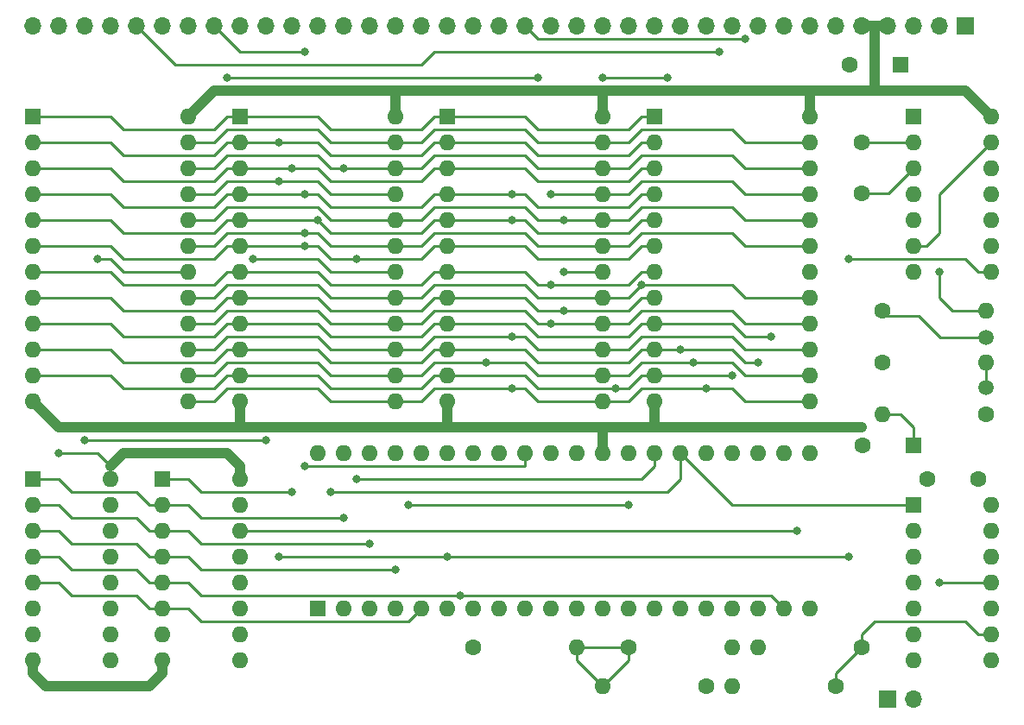
<source format=gbr>
%TF.GenerationSoftware,KiCad,Pcbnew,6.0.2+dfsg-1*%
%TF.CreationDate,2024-06-04T09:24:19+02:00*%
%TF.ProjectId,SBC2_Rebuild,53424332-5f52-4656-9275-696c642e6b69,rev?*%
%TF.SameCoordinates,Original*%
%TF.FileFunction,Copper,L1,Top*%
%TF.FilePolarity,Positive*%
%FSLAX46Y46*%
G04 Gerber Fmt 4.6, Leading zero omitted, Abs format (unit mm)*
G04 Created by KiCad (PCBNEW 6.0.2+dfsg-1) date 2024-06-04 09:24:19*
%MOMM*%
%LPD*%
G01*
G04 APERTURE LIST*
%TA.AperFunction,ComponentPad*%
%ADD10R,1.600000X1.600000*%
%TD*%
%TA.AperFunction,ComponentPad*%
%ADD11C,1.600000*%
%TD*%
%TA.AperFunction,ComponentPad*%
%ADD12O,1.600000X1.600000*%
%TD*%
%TA.AperFunction,ComponentPad*%
%ADD13R,1.700000X1.700000*%
%TD*%
%TA.AperFunction,ComponentPad*%
%ADD14O,1.700000X1.700000*%
%TD*%
%TA.AperFunction,ComponentPad*%
%ADD15C,1.500000*%
%TD*%
%TA.AperFunction,ViaPad*%
%ADD16C,0.800000*%
%TD*%
%TA.AperFunction,Conductor*%
%ADD17C,0.250000*%
%TD*%
%TA.AperFunction,Conductor*%
%ADD18C,1.000000*%
%TD*%
G04 APERTURE END LIST*
D10*
%TO.P,C4,1*%
%TO.N,+5V*%
X163830000Y-63500000D03*
D11*
%TO.P,C4,2*%
%TO.N,GND*%
X158830000Y-63500000D03*
%TD*%
D10*
%TO.P,U1,1,~{Q}*%
%TO.N,/~{RESET}*%
X165100000Y-106675000D03*
D12*
%TO.P,U1,2*%
%TO.N,N/C*%
X165100000Y-109215000D03*
%TO.P,U1,3,A1*%
%TO.N,GND*%
X165100000Y-111755000D03*
%TO.P,U1,4,A2*%
X165100000Y-114295000D03*
%TO.P,U1,5,B*%
%TO.N,Net-(C1-Pad1)*%
X165100000Y-116835000D03*
%TO.P,U1,6,Q*%
%TO.N,unconnected-(U1-Pad6)*%
X165100000Y-119375000D03*
%TO.P,U1,7,GND*%
%TO.N,GND*%
X165100000Y-121915000D03*
%TO.P,U1,8*%
%TO.N,N/C*%
X172720000Y-121915000D03*
%TO.P,U1,9,Rint*%
%TO.N,+5V*%
X172720000Y-119375000D03*
%TO.P,U1,10,Cext*%
%TO.N,Net-(C2-Pad2)*%
X172720000Y-116835000D03*
%TO.P,U1,11,R/Cext*%
%TO.N,Net-(C2-Pad1)*%
X172720000Y-114295000D03*
%TO.P,U1,12*%
%TO.N,N/C*%
X172720000Y-111755000D03*
%TO.P,U1,13*%
X172720000Y-109215000D03*
%TO.P,U1,14,VCC*%
%TO.N,+5V*%
X172720000Y-106675000D03*
%TD*%
D10*
%TO.P,U7,1,A7*%
%TO.N,/A7*%
X99060000Y-68580000D03*
D12*
%TO.P,U7,2,A6*%
%TO.N,/A6*%
X99060000Y-71120000D03*
%TO.P,U7,3,A5*%
%TO.N,/A5*%
X99060000Y-73660000D03*
%TO.P,U7,4,A4*%
%TO.N,/A4*%
X99060000Y-76200000D03*
%TO.P,U7,5,A3*%
%TO.N,/A3*%
X99060000Y-78740000D03*
%TO.P,U7,6,A2*%
%TO.N,/A2*%
X99060000Y-81280000D03*
%TO.P,U7,7,A1*%
%TO.N,/A1*%
X99060000Y-83820000D03*
%TO.P,U7,8,A0*%
%TO.N,/A0*%
X99060000Y-86360000D03*
%TO.P,U7,9,D0*%
%TO.N,/D0*%
X99060000Y-88900000D03*
%TO.P,U7,10,D1*%
%TO.N,/D1*%
X99060000Y-91440000D03*
%TO.P,U7,11,D2*%
%TO.N,/D2*%
X99060000Y-93980000D03*
%TO.P,U7,12,GND*%
%TO.N,GND*%
X99060000Y-96520000D03*
%TO.P,U7,13,D3*%
%TO.N,/D3*%
X114300000Y-96520000D03*
%TO.P,U7,14,D4*%
%TO.N,/D4*%
X114300000Y-93980000D03*
%TO.P,U7,15,D5*%
%TO.N,/D5*%
X114300000Y-91440000D03*
%TO.P,U7,16,D6*%
%TO.N,/D6*%
X114300000Y-88900000D03*
%TO.P,U7,17,D7*%
%TO.N,/D7*%
X114300000Y-86360000D03*
%TO.P,U7,18,~{CE}*%
%TO.N,/~{CE2}*%
X114300000Y-83820000D03*
%TO.P,U7,19,A10*%
%TO.N,/A10*%
X114300000Y-81280000D03*
%TO.P,U7,20,~{OE}*%
%TO.N,/~{RD}*%
X114300000Y-78740000D03*
%TO.P,U7,21,A11*%
%TO.N,/A11*%
X114300000Y-76200000D03*
%TO.P,U7,22,A9*%
%TO.N,/A9*%
X114300000Y-73660000D03*
%TO.P,U7,23,A8*%
%TO.N,/A8*%
X114300000Y-71120000D03*
%TO.P,U7,24,VCC*%
%TO.N,+5V*%
X114300000Y-68580000D03*
%TD*%
D11*
%TO.P,R5,1*%
%TO.N,+5V*%
X157480000Y-124460000D03*
D12*
%TO.P,R5,2*%
%TO.N,Net-(R5-Pad2)*%
X147320000Y-124460000D03*
%TD*%
D11*
%TO.P,R2,1*%
%TO.N,Net-(C3-Pad2)*%
X162020000Y-92710000D03*
D12*
%TO.P,R2,2*%
%TO.N,Net-(R2-Pad2)*%
X172180000Y-92710000D03*
%TD*%
D11*
%TO.P,R7,1*%
%TO.N,/~{INT}*%
X144780000Y-124460000D03*
D12*
%TO.P,R7,2*%
%TO.N,+5V*%
X134620000Y-124460000D03*
%TD*%
D11*
%TO.P,R8,1*%
%TO.N,/~{CLK}*%
X121920000Y-120650000D03*
D12*
%TO.P,R8,2*%
%TO.N,+5V*%
X132080000Y-120650000D03*
%TD*%
D10*
%TO.P,C1,1*%
%TO.N,Net-(C1-Pad1)*%
X165100000Y-100830000D03*
D11*
%TO.P,C1,2*%
%TO.N,GND*%
X160100000Y-100830000D03*
%TD*%
D10*
%TO.P,U9,1,A7*%
%TO.N,/A7*%
X139700000Y-68580000D03*
D12*
%TO.P,U9,2,A6*%
%TO.N,/A6*%
X139700000Y-71120000D03*
%TO.P,U9,3,A5*%
%TO.N,/A5*%
X139700000Y-73660000D03*
%TO.P,U9,4,A4*%
%TO.N,/A4*%
X139700000Y-76200000D03*
%TO.P,U9,5,A3*%
%TO.N,/A3*%
X139700000Y-78740000D03*
%TO.P,U9,6,A2*%
%TO.N,/A2*%
X139700000Y-81280000D03*
%TO.P,U9,7,A1*%
%TO.N,/A1*%
X139700000Y-83820000D03*
%TO.P,U9,8,A0*%
%TO.N,/A0*%
X139700000Y-86360000D03*
%TO.P,U9,9,D0*%
%TO.N,/D0*%
X139700000Y-88900000D03*
%TO.P,U9,10,D1*%
%TO.N,/D1*%
X139700000Y-91440000D03*
%TO.P,U9,11,D2*%
%TO.N,/D2*%
X139700000Y-93980000D03*
%TO.P,U9,12,GND*%
%TO.N,GND*%
X139700000Y-96520000D03*
%TO.P,U9,13,D3*%
%TO.N,/D3*%
X154940000Y-96520000D03*
%TO.P,U9,14,D4*%
%TO.N,/D4*%
X154940000Y-93980000D03*
%TO.P,U9,15,D5*%
%TO.N,/D5*%
X154940000Y-91440000D03*
%TO.P,U9,16,D6*%
%TO.N,/D6*%
X154940000Y-88900000D03*
%TO.P,U9,17,D7*%
%TO.N,/D7*%
X154940000Y-86360000D03*
%TO.P,U9,18,~{CS}*%
%TO.N,/~{CE4}*%
X154940000Y-83820000D03*
%TO.P,U9,19,A10*%
%TO.N,/A10*%
X154940000Y-81280000D03*
%TO.P,U9,20,~{OE}*%
%TO.N,/~{RD}*%
X154940000Y-78740000D03*
%TO.P,U9,21,~{WE}*%
%TO.N,/~{WR}*%
X154940000Y-76200000D03*
%TO.P,U9,22,A9*%
%TO.N,/A9*%
X154940000Y-73660000D03*
%TO.P,U9,23,A8*%
%TO.N,/A8*%
X154940000Y-71120000D03*
%TO.P,U9,24,VCC*%
%TO.N,+5V*%
X154940000Y-68580000D03*
%TD*%
D11*
%TO.P,C3,1*%
%TO.N,Net-(C3-Pad1)*%
X160020000Y-76160000D03*
%TO.P,C3,2*%
%TO.N,Net-(C3-Pad2)*%
X160020000Y-71160000D03*
%TD*%
D10*
%TO.P,U6,1,A7*%
%TO.N,/A7*%
X78740000Y-68580000D03*
D12*
%TO.P,U6,2,A6*%
%TO.N,/A6*%
X78740000Y-71120000D03*
%TO.P,U6,3,A5*%
%TO.N,/A5*%
X78740000Y-73660000D03*
%TO.P,U6,4,A4*%
%TO.N,/A4*%
X78740000Y-76200000D03*
%TO.P,U6,5,A3*%
%TO.N,/A3*%
X78740000Y-78740000D03*
%TO.P,U6,6,A2*%
%TO.N,/A2*%
X78740000Y-81280000D03*
%TO.P,U6,7,A1*%
%TO.N,/A1*%
X78740000Y-83820000D03*
%TO.P,U6,8,A0*%
%TO.N,/A0*%
X78740000Y-86360000D03*
%TO.P,U6,9,D0*%
%TO.N,/D0*%
X78740000Y-88900000D03*
%TO.P,U6,10,D1*%
%TO.N,/D1*%
X78740000Y-91440000D03*
%TO.P,U6,11,D2*%
%TO.N,/D2*%
X78740000Y-93980000D03*
%TO.P,U6,12,GND*%
%TO.N,GND*%
X78740000Y-96520000D03*
%TO.P,U6,13,D3*%
%TO.N,/D3*%
X93980000Y-96520000D03*
%TO.P,U6,14,D4*%
%TO.N,/D4*%
X93980000Y-93980000D03*
%TO.P,U6,15,D5*%
%TO.N,/D5*%
X93980000Y-91440000D03*
%TO.P,U6,16,D6*%
%TO.N,/D6*%
X93980000Y-88900000D03*
%TO.P,U6,17,D7*%
%TO.N,/D7*%
X93980000Y-86360000D03*
%TO.P,U6,18,~{CE}*%
%TO.N,/~{CE1}*%
X93980000Y-83820000D03*
%TO.P,U6,19,A10*%
%TO.N,/A10*%
X93980000Y-81280000D03*
%TO.P,U6,20,~{OE}*%
%TO.N,/~{RD}*%
X93980000Y-78740000D03*
%TO.P,U6,21,A11*%
%TO.N,/A11*%
X93980000Y-76200000D03*
%TO.P,U6,22,A9*%
%TO.N,/A9*%
X93980000Y-73660000D03*
%TO.P,U6,23,A8*%
%TO.N,/A8*%
X93980000Y-71120000D03*
%TO.P,U6,24,VCC*%
%TO.N,+5V*%
X93980000Y-68580000D03*
%TD*%
D13*
%TO.P,SW1,1,1*%
%TO.N,GND*%
X162560000Y-125730000D03*
D14*
%TO.P,SW1,2,2*%
%TO.N,Net-(C1-Pad1)*%
X165100000Y-125730000D03*
%TD*%
D11*
%TO.P,C2,1*%
%TO.N,Net-(C2-Pad1)*%
X166410000Y-104140000D03*
%TO.P,C2,2*%
%TO.N,Net-(C2-Pad2)*%
X171410000Y-104140000D03*
%TD*%
D10*
%TO.P,U3,1,A11*%
%TO.N,/A11*%
X106685000Y-116845000D03*
D12*
%TO.P,U3,2,A12*%
%TO.N,/A12*%
X109225000Y-116845000D03*
%TO.P,U3,3,A13*%
%TO.N,/A13*%
X111765000Y-116845000D03*
%TO.P,U3,4,A14*%
%TO.N,/A14*%
X114305000Y-116845000D03*
%TO.P,U3,5,A15*%
%TO.N,/A15*%
X116845000Y-116845000D03*
%TO.P,U3,6,~{CLK}*%
%TO.N,/~{CLK}*%
X119385000Y-116845000D03*
%TO.P,U3,7,D4*%
%TO.N,/D4*%
X121925000Y-116845000D03*
%TO.P,U3,8,D3*%
%TO.N,/D3*%
X124465000Y-116845000D03*
%TO.P,U3,9,D5*%
%TO.N,/D5*%
X127005000Y-116845000D03*
%TO.P,U3,10,D6*%
%TO.N,/D6*%
X129545000Y-116845000D03*
%TO.P,U3,11,VCC*%
%TO.N,+5V*%
X132085000Y-116845000D03*
%TO.P,U3,12,D2*%
%TO.N,/D2*%
X134625000Y-116845000D03*
%TO.P,U3,13,D7*%
%TO.N,/D7*%
X137165000Y-116845000D03*
%TO.P,U3,14,D0*%
%TO.N,/D0*%
X139705000Y-116845000D03*
%TO.P,U3,15,D1*%
%TO.N,/D1*%
X142245000Y-116845000D03*
%TO.P,U3,16,~{INT}*%
%TO.N,/~{INT}*%
X144785000Y-116845000D03*
%TO.P,U3,17,~{NMI}*%
%TO.N,/~{NMI}*%
X147325000Y-116845000D03*
%TO.P,U3,18,~{HALT}*%
%TO.N,unconnected-(U3-Pad18)*%
X149865000Y-116845000D03*
%TO.P,U3,19,~{MREQ}*%
%TO.N,/~{MREQ}*%
X152405000Y-116845000D03*
%TO.P,U3,20,~{IORQ}*%
%TO.N,/~{IORQ}*%
X154945000Y-116845000D03*
%TO.P,U3,21,~{RD}*%
%TO.N,/~{RD}*%
X154945000Y-101605000D03*
%TO.P,U3,22,~{WR}*%
%TO.N,/~{WR}*%
X152405000Y-101605000D03*
%TO.P,U3,23,~{BUSACK}*%
%TO.N,unconnected-(U3-Pad23)*%
X149865000Y-101605000D03*
%TO.P,U3,24,~{WAIT}*%
%TO.N,/~{WAIT}*%
X147325000Y-101605000D03*
%TO.P,U3,25,~{BUSRQ}*%
%TO.N,Net-(R5-Pad2)*%
X144785000Y-101605000D03*
%TO.P,U3,26,~{RESET}*%
%TO.N,/~{RESET}*%
X142245000Y-101605000D03*
%TO.P,U3,27,~{M1}*%
%TO.N,/~{M1}*%
X139705000Y-101605000D03*
%TO.P,U3,28,~{RFSH}*%
%TO.N,/~{RFSH}*%
X137165000Y-101605000D03*
%TO.P,U3,29,GND*%
%TO.N,GND*%
X134625000Y-101605000D03*
%TO.P,U3,30,A0*%
%TO.N,/A0*%
X132085000Y-101605000D03*
%TO.P,U3,31,A1*%
%TO.N,/A1*%
X129545000Y-101605000D03*
%TO.P,U3,32,A2*%
%TO.N,/A2*%
X127005000Y-101605000D03*
%TO.P,U3,33,A3*%
%TO.N,/A3*%
X124465000Y-101605000D03*
%TO.P,U3,34,A4*%
%TO.N,/A4*%
X121925000Y-101605000D03*
%TO.P,U3,35,A5*%
%TO.N,/A5*%
X119385000Y-101605000D03*
%TO.P,U3,36,A6*%
%TO.N,/A6*%
X116845000Y-101605000D03*
%TO.P,U3,37,A7*%
%TO.N,/A7*%
X114305000Y-101605000D03*
%TO.P,U3,38,A8*%
%TO.N,/A8*%
X111765000Y-101605000D03*
%TO.P,U3,39,A9*%
%TO.N,/A9*%
X109225000Y-101605000D03*
%TO.P,U3,40,A10*%
%TO.N,/A10*%
X106685000Y-101605000D03*
%TD*%
D10*
%TO.P,U8,1,A7*%
%TO.N,/A7*%
X119380000Y-68580000D03*
D12*
%TO.P,U8,2,A6*%
%TO.N,/A6*%
X119380000Y-71120000D03*
%TO.P,U8,3,A5*%
%TO.N,/A5*%
X119380000Y-73660000D03*
%TO.P,U8,4,A4*%
%TO.N,/A4*%
X119380000Y-76200000D03*
%TO.P,U8,5,A3*%
%TO.N,/A3*%
X119380000Y-78740000D03*
%TO.P,U8,6,A2*%
%TO.N,/A2*%
X119380000Y-81280000D03*
%TO.P,U8,7,A1*%
%TO.N,/A1*%
X119380000Y-83820000D03*
%TO.P,U8,8,A0*%
%TO.N,/A0*%
X119380000Y-86360000D03*
%TO.P,U8,9,D0*%
%TO.N,/D0*%
X119380000Y-88900000D03*
%TO.P,U8,10,D1*%
%TO.N,/D1*%
X119380000Y-91440000D03*
%TO.P,U8,11,D2*%
%TO.N,/D2*%
X119380000Y-93980000D03*
%TO.P,U8,12,GND*%
%TO.N,GND*%
X119380000Y-96520000D03*
%TO.P,U8,13,D3*%
%TO.N,/D3*%
X134620000Y-96520000D03*
%TO.P,U8,14,D4*%
%TO.N,/D4*%
X134620000Y-93980000D03*
%TO.P,U8,15,D5*%
%TO.N,/D5*%
X134620000Y-91440000D03*
%TO.P,U8,16,D6*%
%TO.N,/D6*%
X134620000Y-88900000D03*
%TO.P,U8,17,D7*%
%TO.N,/D7*%
X134620000Y-86360000D03*
%TO.P,U8,18,~{CS}*%
%TO.N,/~{CE3}*%
X134620000Y-83820000D03*
%TO.P,U8,19,A10*%
%TO.N,/A10*%
X134620000Y-81280000D03*
%TO.P,U8,20,~{OE}*%
%TO.N,/~{RD}*%
X134620000Y-78740000D03*
%TO.P,U8,21,~{WE}*%
%TO.N,/~{WR}*%
X134620000Y-76200000D03*
%TO.P,U8,22,A9*%
%TO.N,/A9*%
X134620000Y-73660000D03*
%TO.P,U8,23,A8*%
%TO.N,/A8*%
X134620000Y-71120000D03*
%TO.P,U8,24,VCC*%
%TO.N,+5V*%
X134620000Y-68580000D03*
%TD*%
D11*
%TO.P,R4,1*%
%TO.N,+5V*%
X160020000Y-120650000D03*
D12*
%TO.P,R4,2*%
%TO.N,/~{WAIT}*%
X149860000Y-120650000D03*
%TD*%
D10*
%TO.P,U2,1*%
%TO.N,Net-(R2-Pad2)*%
X165100000Y-68580000D03*
D12*
%TO.P,U2,2*%
%TO.N,Net-(C3-Pad2)*%
X165100000Y-71120000D03*
%TO.P,U2,3*%
%TO.N,Net-(C3-Pad1)*%
X165100000Y-73660000D03*
%TO.P,U2,4*%
%TO.N,Net-(R3-Pad1)*%
X165100000Y-76200000D03*
%TO.P,U2,5*%
X165100000Y-78740000D03*
%TO.P,U2,6*%
%TO.N,Net-(U2-Pad13)*%
X165100000Y-81280000D03*
%TO.P,U2,7,GND*%
%TO.N,GND*%
X165100000Y-83820000D03*
%TO.P,U2,8*%
%TO.N,/~{CLK}*%
X172720000Y-83820000D03*
%TO.P,U2,9*%
%TO.N,Net-(U2-Pad10)*%
X172720000Y-81280000D03*
%TO.P,U2,10*%
X172720000Y-78740000D03*
%TO.P,U2,11*%
%TO.N,Net-(U2-Pad11)*%
X172720000Y-76200000D03*
%TO.P,U2,12*%
X172720000Y-73660000D03*
%TO.P,U2,13*%
%TO.N,Net-(U2-Pad13)*%
X172720000Y-71120000D03*
%TO.P,U2,14,VCC*%
%TO.N,+5V*%
X172720000Y-68580000D03*
%TD*%
D15*
%TO.P,Y1,1,1*%
%TO.N,Net-(R2-Pad2)*%
X172180000Y-95160000D03*
%TO.P,Y1,2,2*%
%TO.N,Net-(R3-Pad1)*%
X172180000Y-90260000D03*
%TD*%
D10*
%TO.P,U4,1,A0*%
%TO.N,/A12*%
X78740000Y-104140000D03*
D12*
%TO.P,U4,2,A1*%
%TO.N,/A13*%
X78740000Y-106680000D03*
%TO.P,U4,3,A2*%
%TO.N,/A14*%
X78740000Y-109220000D03*
%TO.P,U4,4,E1*%
%TO.N,/~{MREQ}*%
X78740000Y-111760000D03*
%TO.P,U4,5,E2*%
%TO.N,/A15*%
X78740000Y-114300000D03*
%TO.P,U4,6,E3*%
%TO.N,+5V*%
X78740000Y-116840000D03*
%TO.P,U4,7,O7*%
%TO.N,unconnected-(U4-Pad7)*%
X78740000Y-119380000D03*
%TO.P,U4,8,GND*%
%TO.N,GND*%
X78740000Y-121920000D03*
%TO.P,U4,9,O6*%
%TO.N,unconnected-(U4-Pad9)*%
X86360000Y-121920000D03*
%TO.P,U4,10,O5*%
%TO.N,unconnected-(U4-Pad10)*%
X86360000Y-119380000D03*
%TO.P,U4,11,O4*%
%TO.N,unconnected-(U4-Pad11)*%
X86360000Y-116840000D03*
%TO.P,U4,12,O3*%
%TO.N,unconnected-(U4-Pad12)*%
X86360000Y-114300000D03*
%TO.P,U4,13,O2*%
%TO.N,unconnected-(U4-Pad13)*%
X86360000Y-111760000D03*
%TO.P,U4,14,O1*%
%TO.N,/~{CE2}*%
X86360000Y-109220000D03*
%TO.P,U4,15,O0*%
%TO.N,/~{CE1}*%
X86360000Y-106680000D03*
%TO.P,U4,16,VCC*%
%TO.N,+5V*%
X86360000Y-104140000D03*
%TD*%
D11*
%TO.P,R1,1*%
%TO.N,+5V*%
X172180000Y-97790000D03*
D12*
%TO.P,R1,2*%
%TO.N,Net-(C1-Pad1)*%
X162020000Y-97790000D03*
%TD*%
D11*
%TO.P,R6,1*%
%TO.N,+5V*%
X137160000Y-120650000D03*
D12*
%TO.P,R6,2*%
%TO.N,/~{NMI}*%
X147320000Y-120650000D03*
%TD*%
D11*
%TO.P,R3,1*%
%TO.N,Net-(R3-Pad1)*%
X162020000Y-87630000D03*
D12*
%TO.P,R3,2*%
%TO.N,Net-(C3-Pad1)*%
X172180000Y-87630000D03*
%TD*%
D10*
%TO.P,U5,1,A0*%
%TO.N,/A11*%
X91440000Y-104140000D03*
D12*
%TO.P,U5,2,A1*%
%TO.N,/A12*%
X91440000Y-106680000D03*
%TO.P,U5,3,A2*%
%TO.N,/A13*%
X91440000Y-109220000D03*
%TO.P,U5,4,E1*%
%TO.N,/A14*%
X91440000Y-111760000D03*
%TO.P,U5,5,E2*%
%TO.N,/~{MREQ}*%
X91440000Y-114300000D03*
%TO.P,U5,6,E3*%
%TO.N,/A15*%
X91440000Y-116840000D03*
%TO.P,U5,7,O7*%
%TO.N,unconnected-(U5-Pad7)*%
X91440000Y-119380000D03*
%TO.P,U5,8,GND*%
%TO.N,GND*%
X91440000Y-121920000D03*
%TO.P,U5,9,O6*%
%TO.N,unconnected-(U5-Pad9)*%
X99060000Y-121920000D03*
%TO.P,U5,10,O5*%
%TO.N,unconnected-(U5-Pad10)*%
X99060000Y-119380000D03*
%TO.P,U5,11,O4*%
%TO.N,unconnected-(U5-Pad11)*%
X99060000Y-116840000D03*
%TO.P,U5,12,O3*%
%TO.N,unconnected-(U5-Pad12)*%
X99060000Y-114300000D03*
%TO.P,U5,13,O2*%
%TO.N,unconnected-(U5-Pad13)*%
X99060000Y-111760000D03*
%TO.P,U5,14,O1*%
%TO.N,/~{CE4}*%
X99060000Y-109220000D03*
%TO.P,U5,15,O0*%
%TO.N,/~{CE3}*%
X99060000Y-106680000D03*
%TO.P,U5,16,VCC*%
%TO.N,+5V*%
X99060000Y-104140000D03*
%TD*%
D13*
%TO.P,J1,1,Pin_1*%
%TO.N,-5V*%
X170180000Y-59690000D03*
D14*
%TO.P,J1,2,Pin_2*%
%TO.N,+12V*%
X167640000Y-59690000D03*
%TO.P,J1,3,Pin_3*%
%TO.N,-12V*%
X165100000Y-59690000D03*
%TO.P,J1,4,Pin_4*%
%TO.N,+5V*%
X162560000Y-59690000D03*
%TO.P,J1,5,Pin_5*%
X160020000Y-59690000D03*
%TO.P,J1,6,Pin_6*%
%TO.N,GND*%
X157480000Y-59690000D03*
%TO.P,J1,7,Pin_7*%
X154940000Y-59690000D03*
%TO.P,J1,8,Pin_8*%
%TO.N,/D0*%
X152400000Y-59690000D03*
%TO.P,J1,9,Pin_9*%
%TO.N,/D1*%
X149860000Y-59690000D03*
%TO.P,J1,10,Pin_10*%
%TO.N,/D2*%
X147320000Y-59690000D03*
%TO.P,J1,11,Pin_11*%
%TO.N,/D3*%
X144780000Y-59690000D03*
%TO.P,J1,12,Pin_12*%
%TO.N,/D4*%
X142240000Y-59690000D03*
%TO.P,J1,13,Pin_13*%
%TO.N,/D5*%
X139700000Y-59690000D03*
%TO.P,J1,14,Pin_14*%
%TO.N,/D6*%
X137160000Y-59690000D03*
%TO.P,J1,15,Pin_15*%
%TO.N,/D7*%
X134620000Y-59690000D03*
%TO.P,J1,16,Pin_16*%
%TO.N,/~{RD}*%
X132080000Y-59690000D03*
%TO.P,J1,17,Pin_17*%
%TO.N,/~{WR}*%
X129540000Y-59690000D03*
%TO.P,J1,18,Pin_18*%
%TO.N,/~{IORQ}*%
X127000000Y-59690000D03*
%TO.P,J1,19,Pin_19*%
%TO.N,/~{MREQ}*%
X124460000Y-59690000D03*
%TO.P,J1,20,Pin_20*%
%TO.N,/A0*%
X121920000Y-59690000D03*
%TO.P,J1,21,Pin_21*%
%TO.N,/A1*%
X119380000Y-59690000D03*
%TO.P,J1,22,Pin_22*%
%TO.N,/A2*%
X116840000Y-59690000D03*
%TO.P,J1,23,Pin_23*%
%TO.N,/A3*%
X114300000Y-59690000D03*
%TO.P,J1,24,Pin_24*%
%TO.N,/A4*%
X111760000Y-59690000D03*
%TO.P,J1,25,Pin_25*%
%TO.N,/A5*%
X109220000Y-59690000D03*
%TO.P,J1,26,Pin_26*%
%TO.N,/A6*%
X106680000Y-59690000D03*
%TO.P,J1,27,Pin_27*%
%TO.N,/A7*%
X104140000Y-59690000D03*
%TO.P,J1,28,Pin_28*%
%TO.N,/~{RESET}*%
X101600000Y-59690000D03*
%TO.P,J1,29,Pin_29*%
%TO.N,/~{M1}*%
X99060000Y-59690000D03*
%TO.P,J1,30,Pin_30*%
%TO.N,/~{CLK}*%
X96520000Y-59690000D03*
%TO.P,J1,31,Pin_31*%
%TO.N,/~{RFSH}*%
X93980000Y-59690000D03*
%TO.P,J1,32,Pin_32*%
%TO.N,/~{INT}*%
X91440000Y-59690000D03*
%TO.P,J1,33,Pin_33*%
%TO.N,/~{WAIT}*%
X88900000Y-59690000D03*
%TO.P,J1,34,Pin_34*%
%TO.N,unconnected-(J1-Pad34)*%
X86360000Y-59690000D03*
%TO.P,J1,35,Pin_35*%
%TO.N,unconnected-(J1-Pad35)*%
X83820000Y-59690000D03*
%TO.P,J1,36,Pin_36*%
%TO.N,unconnected-(J1-Pad36)*%
X81280000Y-59690000D03*
%TO.P,J1,37,Pin_37*%
%TO.N,unconnected-(J1-Pad37)*%
X78740000Y-59690000D03*
%TD*%
D16*
%TO.N,GND*%
X160020000Y-99060000D03*
%TO.N,Net-(C2-Pad1)*%
X167640000Y-114300000D03*
%TO.N,Net-(C3-Pad1)*%
X167640000Y-83820000D03*
%TO.N,+5V*%
X81280000Y-101600000D03*
%TO.N,/D0*%
X151130000Y-90170000D03*
%TO.N,/D1*%
X149860000Y-92710000D03*
X142240000Y-91440000D03*
%TO.N,/D2*%
X147320000Y-93980000D03*
X135890000Y-95250000D03*
%TO.N,/D3*%
X125730000Y-95250000D03*
X144780000Y-95250000D03*
%TO.N,/D4*%
X143510000Y-92710000D03*
X123190000Y-92710000D03*
%TO.N,/D5*%
X125730000Y-90170000D03*
%TO.N,/D6*%
X129540000Y-88900000D03*
%TO.N,/D7*%
X134620000Y-64770000D03*
X138430000Y-85090000D03*
X140970000Y-64770000D03*
%TO.N,/~{RD}*%
X130810000Y-78740000D03*
%TO.N,/~{WR}*%
X129540000Y-76200000D03*
%TO.N,/~{IORQ}*%
X148590000Y-60960000D03*
%TO.N,/~{MREQ}*%
X120650000Y-115570000D03*
%TO.N,/A0*%
X130810000Y-87630000D03*
%TO.N,/A1*%
X129540000Y-85090000D03*
%TO.N,/A2*%
X105410000Y-102870000D03*
X105410000Y-81280000D03*
X110490000Y-82550000D03*
%TO.N,/A3*%
X106680000Y-78740000D03*
X125730000Y-78740000D03*
%TO.N,/A4*%
X105410000Y-76200000D03*
X125730000Y-76200000D03*
%TO.N,/A5*%
X104140000Y-73660000D03*
%TO.N,/A6*%
X102870000Y-71120000D03*
%TO.N,/~{RESET}*%
X107950000Y-105410000D03*
%TO.N,/~{M1}*%
X110490000Y-104140000D03*
%TO.N,/~{CLK}*%
X158750000Y-111760000D03*
X119385000Y-111765000D03*
X158750000Y-82550000D03*
X105410000Y-62230000D03*
X102870000Y-111760000D03*
%TO.N,/~{RFSH}*%
X115570000Y-106680000D03*
X137160000Y-106680000D03*
%TO.N,/~{WAIT}*%
X146050000Y-62230000D03*
%TO.N,/A11*%
X104140000Y-105410000D03*
X102870000Y-74930000D03*
%TO.N,/A12*%
X109220000Y-107950000D03*
%TO.N,/A13*%
X111760000Y-110490000D03*
%TO.N,/A14*%
X114300000Y-113030000D03*
%TO.N,/A9*%
X109220000Y-73660000D03*
%TO.N,/A10*%
X105410000Y-80010000D03*
%TO.N,/~{CE2}*%
X100330000Y-82550000D03*
X101600000Y-100330000D03*
X83820000Y-100330000D03*
%TO.N,/~{CE1}*%
X85090000Y-82550000D03*
%TO.N,/~{CE4}*%
X153670000Y-109220000D03*
%TO.N,/~{CE3}*%
X97790000Y-64770000D03*
X130810000Y-83820000D03*
X128270000Y-64770000D03*
%TD*%
D17*
%TO.N,Net-(C1-Pad1)*%
X163830000Y-97790000D02*
X165100000Y-99060000D01*
X165100000Y-99060000D02*
X165100000Y-100830000D01*
X162020000Y-97790000D02*
X163830000Y-97790000D01*
D18*
%TO.N,GND*%
X90170000Y-124460000D02*
X91440000Y-123190000D01*
X134620000Y-99060000D02*
X134625000Y-99065000D01*
X78740000Y-96520000D02*
X81280000Y-99060000D01*
X78740000Y-121920000D02*
X78740000Y-123190000D01*
X80010000Y-124460000D02*
X90170000Y-124460000D01*
X119380000Y-99060000D02*
X134620000Y-99060000D01*
X78740000Y-123190000D02*
X80010000Y-124460000D01*
X81280000Y-99060000D02*
X99060000Y-99060000D01*
X91440000Y-123190000D02*
X91440000Y-121920000D01*
X134620000Y-99060000D02*
X139700000Y-99060000D01*
X99060000Y-99060000D02*
X119380000Y-99060000D01*
X134625000Y-99065000D02*
X134625000Y-101605000D01*
X139700000Y-99060000D02*
X160020000Y-99060000D01*
X99060000Y-99060000D02*
X99060000Y-96520000D01*
X139700000Y-99060000D02*
X139700000Y-96520000D01*
X119380000Y-99060000D02*
X119380000Y-96520000D01*
D17*
%TO.N,Net-(C2-Pad1)*%
X167640000Y-114300000D02*
X167645000Y-114295000D01*
X167645000Y-114295000D02*
X172720000Y-114295000D01*
%TO.N,Net-(C3-Pad1)*%
X162600000Y-76160000D02*
X165100000Y-73660000D01*
X168910000Y-87630000D02*
X172180000Y-87630000D01*
X167640000Y-83820000D02*
X167640000Y-86360000D01*
X167640000Y-86360000D02*
X168910000Y-87630000D01*
X160020000Y-76160000D02*
X162600000Y-76160000D01*
%TO.N,Net-(C3-Pad2)*%
X165060000Y-71160000D02*
X165100000Y-71120000D01*
X160020000Y-71160000D02*
X165060000Y-71160000D01*
D18*
%TO.N,+5V*%
X161300000Y-59700000D02*
X161290000Y-59690000D01*
D17*
X137160000Y-120650000D02*
X137160000Y-121920000D01*
X132080000Y-121920000D02*
X132080000Y-120650000D01*
D18*
X161290000Y-62225000D02*
X161300000Y-62225000D01*
D17*
X132080000Y-120650000D02*
X137160000Y-120650000D01*
X160020000Y-119380000D02*
X161290000Y-118110000D01*
D18*
X97790000Y-101600000D02*
X99060000Y-102870000D01*
D17*
X171445000Y-119375000D02*
X172720000Y-119375000D01*
D18*
X134620000Y-66040000D02*
X154940000Y-66040000D01*
X96520000Y-66040000D02*
X114300000Y-66040000D01*
D17*
X161290000Y-118110000D02*
X170180000Y-118110000D01*
D18*
X86360000Y-102870000D02*
X87630000Y-101600000D01*
X170180000Y-66040000D02*
X172720000Y-68580000D01*
X99060000Y-102870000D02*
X99060000Y-104140000D01*
D17*
X86360000Y-102870000D02*
X86360000Y-104140000D01*
D18*
X93980000Y-68580000D02*
X96520000Y-66040000D01*
X154940000Y-66040000D02*
X161290000Y-66040000D01*
X114300000Y-66040000D02*
X134620000Y-66040000D01*
D17*
X81280000Y-101600000D02*
X85090000Y-101600000D01*
D18*
X161290000Y-59690000D02*
X160020000Y-59690000D01*
D17*
X134620000Y-124460000D02*
X132080000Y-121920000D01*
D18*
X161290000Y-66040000D02*
X170180000Y-66040000D01*
D17*
X170180000Y-118110000D02*
X171445000Y-119375000D01*
X157480000Y-124460000D02*
X157480000Y-123190000D01*
X137160000Y-121920000D02*
X134620000Y-124460000D01*
X85090000Y-101600000D02*
X86360000Y-102870000D01*
D18*
X134620000Y-66040000D02*
X134620000Y-68580000D01*
D17*
X157480000Y-123190000D02*
X160020000Y-120650000D01*
D18*
X114300000Y-66040000D02*
X114300000Y-68580000D01*
D17*
X160020000Y-120650000D02*
X160020000Y-119380000D01*
D18*
X161290000Y-59690000D02*
X162560000Y-59690000D01*
X154940000Y-66040000D02*
X154940000Y-68580000D01*
X161300000Y-62225000D02*
X161300000Y-59700000D01*
X87630000Y-101600000D02*
X97790000Y-101600000D01*
X161290000Y-66040000D02*
X161290000Y-62225000D01*
D17*
%TO.N,/D0*%
X97790000Y-88900000D02*
X99060000Y-88900000D01*
X116840000Y-90170000D02*
X118110000Y-88900000D01*
X127000000Y-88900000D02*
X128270000Y-90170000D01*
X106680000Y-88900000D02*
X107950000Y-90170000D01*
X128270000Y-90170000D02*
X137160000Y-90170000D01*
X86360000Y-88900000D02*
X87630000Y-90170000D01*
X148590000Y-90170000D02*
X147320000Y-88900000D01*
X151130000Y-90170000D02*
X148590000Y-90170000D01*
X119380000Y-88900000D02*
X127000000Y-88900000D01*
X138430000Y-88900000D02*
X139700000Y-88900000D01*
X87630000Y-90170000D02*
X96520000Y-90170000D01*
X107950000Y-90170000D02*
X116840000Y-90170000D01*
X96520000Y-90170000D02*
X97790000Y-88900000D01*
X118110000Y-88900000D02*
X119380000Y-88900000D01*
X99060000Y-88900000D02*
X106680000Y-88900000D01*
X137160000Y-90170000D02*
X138430000Y-88900000D01*
X147320000Y-88900000D02*
X139700000Y-88900000D01*
X78740000Y-88900000D02*
X86360000Y-88900000D01*
%TO.N,/D1*%
X138430000Y-91440000D02*
X139700000Y-91440000D01*
X99060000Y-91440000D02*
X106680000Y-91440000D01*
X127000000Y-91440000D02*
X128270000Y-92710000D01*
X149860000Y-92710000D02*
X148590000Y-92710000D01*
X119380000Y-91440000D02*
X127000000Y-91440000D01*
X86360000Y-91440000D02*
X87630000Y-92710000D01*
X128270000Y-92710000D02*
X137160000Y-92710000D01*
X87630000Y-92710000D02*
X96520000Y-92710000D01*
X78740000Y-91440000D02*
X86360000Y-91440000D01*
X97790000Y-91440000D02*
X99060000Y-91440000D01*
X116840000Y-92710000D02*
X118110000Y-91440000D01*
X137160000Y-92710000D02*
X138430000Y-91440000D01*
X148590000Y-92710000D02*
X147320000Y-91440000D01*
X107950000Y-92710000D02*
X116840000Y-92710000D01*
X96520000Y-92710000D02*
X97790000Y-91440000D01*
X118110000Y-91440000D02*
X119380000Y-91440000D01*
X106680000Y-91440000D02*
X107950000Y-92710000D01*
X147320000Y-91440000D02*
X139700000Y-91440000D01*
%TO.N,/D2*%
X147320000Y-93980000D02*
X139700000Y-93980000D01*
X116840000Y-95250000D02*
X118110000Y-93980000D01*
X97790000Y-93980000D02*
X99060000Y-93980000D01*
X137160000Y-95250000D02*
X138430000Y-93980000D01*
X138430000Y-93980000D02*
X139700000Y-93980000D01*
X99060000Y-93980000D02*
X106680000Y-93980000D01*
X119380000Y-93980000D02*
X127000000Y-93980000D01*
X87630000Y-95250000D02*
X96520000Y-95250000D01*
X78740000Y-93980000D02*
X86360000Y-93980000D01*
X106680000Y-93980000D02*
X107950000Y-95250000D01*
X96520000Y-95250000D02*
X97790000Y-93980000D01*
X128270000Y-95250000D02*
X137160000Y-95250000D01*
X107950000Y-95250000D02*
X116840000Y-95250000D01*
X118110000Y-93980000D02*
X119380000Y-93980000D01*
X86360000Y-93980000D02*
X87630000Y-95250000D01*
X127000000Y-93980000D02*
X128270000Y-95250000D01*
%TO.N,/D3*%
X138430000Y-95250000D02*
X147320000Y-95250000D01*
X148590000Y-96520000D02*
X154940000Y-96520000D01*
X147320000Y-95250000D02*
X148590000Y-96520000D01*
X134620000Y-96520000D02*
X137160000Y-96520000D01*
X116840000Y-96520000D02*
X118110000Y-95250000D01*
X118110000Y-95250000D02*
X127000000Y-95250000D01*
X128270000Y-96520000D02*
X134620000Y-96520000D01*
X93980000Y-96520000D02*
X96520000Y-96520000D01*
X107950000Y-96520000D02*
X114300000Y-96520000D01*
X96520000Y-96520000D02*
X97790000Y-95250000D01*
X114300000Y-96520000D02*
X116840000Y-96520000D01*
X137160000Y-96520000D02*
X138430000Y-95250000D01*
X97790000Y-95250000D02*
X106680000Y-95250000D01*
X106680000Y-95250000D02*
X107950000Y-96520000D01*
X127000000Y-95250000D02*
X128270000Y-96520000D01*
%TO.N,/D4*%
X148590000Y-93980000D02*
X154940000Y-93980000D01*
X106680000Y-92710000D02*
X107950000Y-93980000D01*
X116840000Y-93980000D02*
X118110000Y-92710000D01*
X96520000Y-93980000D02*
X97790000Y-92710000D01*
X114300000Y-93980000D02*
X116840000Y-93980000D01*
X134620000Y-93980000D02*
X137160000Y-93980000D01*
X107950000Y-93980000D02*
X114300000Y-93980000D01*
X128270000Y-93980000D02*
X134620000Y-93980000D01*
X93980000Y-93980000D02*
X96520000Y-93980000D01*
X138430000Y-92710000D02*
X147320000Y-92710000D01*
X97790000Y-92710000D02*
X106680000Y-92710000D01*
X118110000Y-92710000D02*
X123190000Y-92710000D01*
X137160000Y-93980000D02*
X138430000Y-92710000D01*
X123190000Y-92710000D02*
X127000000Y-92710000D01*
X127000000Y-92710000D02*
X128270000Y-93980000D01*
X147320000Y-92710000D02*
X148590000Y-93980000D01*
%TO.N,/D5*%
X134620000Y-91440000D02*
X137160000Y-91440000D01*
X93980000Y-91440000D02*
X96520000Y-91440000D01*
X147320000Y-90170000D02*
X148590000Y-91440000D01*
X97790000Y-90170000D02*
X106680000Y-90170000D01*
X138430000Y-90170000D02*
X147320000Y-90170000D01*
X137160000Y-91440000D02*
X138430000Y-90170000D01*
X127000000Y-90170000D02*
X128270000Y-91440000D01*
X106680000Y-90170000D02*
X107950000Y-91440000D01*
X116840000Y-91440000D02*
X118110000Y-90170000D01*
X96520000Y-91440000D02*
X97790000Y-90170000D01*
X148590000Y-91440000D02*
X154940000Y-91440000D01*
X107950000Y-91440000D02*
X114300000Y-91440000D01*
X114300000Y-91440000D02*
X116840000Y-91440000D01*
X128270000Y-91440000D02*
X134620000Y-91440000D01*
X118110000Y-90170000D02*
X127000000Y-90170000D01*
%TO.N,/D6*%
X107950000Y-88900000D02*
X114300000Y-88900000D01*
X134620000Y-88900000D02*
X137160000Y-88900000D01*
X118110000Y-87630000D02*
X127000000Y-87630000D01*
X137160000Y-88900000D02*
X138430000Y-87630000D01*
X138430000Y-87630000D02*
X147320000Y-87630000D01*
X114300000Y-88900000D02*
X116840000Y-88900000D01*
X106680000Y-87630000D02*
X107950000Y-88900000D01*
X116840000Y-88900000D02*
X118110000Y-87630000D01*
X96520000Y-88900000D02*
X97790000Y-87630000D01*
X147320000Y-87630000D02*
X148590000Y-88900000D01*
X97790000Y-87630000D02*
X106680000Y-87630000D01*
X127000000Y-87630000D02*
X128270000Y-88900000D01*
X128270000Y-88900000D02*
X134620000Y-88900000D01*
X93980000Y-88900000D02*
X96520000Y-88900000D01*
X148590000Y-88900000D02*
X154940000Y-88900000D01*
%TO.N,/D7*%
X134620000Y-86360000D02*
X137160000Y-86360000D01*
X134620000Y-64770000D02*
X140970000Y-64770000D01*
X116840000Y-86360000D02*
X118110000Y-85090000D01*
X127000000Y-85090000D02*
X128270000Y-86360000D01*
X93980000Y-86360000D02*
X96520000Y-86360000D01*
X96520000Y-86360000D02*
X97790000Y-85090000D01*
X148590000Y-86360000D02*
X154940000Y-86360000D01*
X137160000Y-86360000D02*
X138430000Y-85090000D01*
X97790000Y-85090000D02*
X106680000Y-85090000D01*
X114300000Y-86360000D02*
X116840000Y-86360000D01*
X147320000Y-85090000D02*
X148590000Y-86360000D01*
X106680000Y-85090000D02*
X107950000Y-86360000D01*
X138430000Y-85090000D02*
X147320000Y-85090000D01*
X128270000Y-86360000D02*
X134620000Y-86360000D01*
X107950000Y-86360000D02*
X114300000Y-86360000D01*
X118110000Y-85090000D02*
X127000000Y-85090000D01*
%TO.N,/~{RD}*%
X127000000Y-77470000D02*
X128270000Y-78740000D01*
X134620000Y-78740000D02*
X137160000Y-78740000D01*
X147320000Y-77470000D02*
X148590000Y-78740000D01*
X118110000Y-77470000D02*
X127000000Y-77470000D01*
X97790000Y-77470000D02*
X106680000Y-77470000D01*
X137160000Y-78740000D02*
X138430000Y-77470000D01*
X138430000Y-77470000D02*
X147320000Y-77470000D01*
X106680000Y-77470000D02*
X107950000Y-78740000D01*
X130810000Y-78740000D02*
X134620000Y-78740000D01*
X116840000Y-78740000D02*
X118110000Y-77470000D01*
X93980000Y-78740000D02*
X96520000Y-78740000D01*
X96520000Y-78740000D02*
X97790000Y-77470000D01*
X148590000Y-78740000D02*
X154940000Y-78740000D01*
X114300000Y-78740000D02*
X116840000Y-78740000D01*
X128270000Y-78740000D02*
X130810000Y-78740000D01*
X107950000Y-78740000D02*
X114300000Y-78740000D01*
%TO.N,/~{WR}*%
X138430000Y-74930000D02*
X147320000Y-74930000D01*
X147320000Y-74930000D02*
X148590000Y-76200000D01*
X137160000Y-76200000D02*
X138430000Y-74930000D01*
X134620000Y-76200000D02*
X137160000Y-76200000D01*
X134620000Y-76200000D02*
X129540000Y-76200000D01*
X148590000Y-76200000D02*
X154940000Y-76200000D01*
%TO.N,/~{IORQ}*%
X128270000Y-60960000D02*
X148590000Y-60960000D01*
X127000000Y-59690000D02*
X128270000Y-60960000D01*
%TO.N,/~{MREQ}*%
X95250000Y-115570000D02*
X151130000Y-115570000D01*
X82550000Y-113030000D02*
X88900000Y-113030000D01*
X88900000Y-113030000D02*
X90170000Y-114300000D01*
X90170000Y-114300000D02*
X91440000Y-114300000D01*
X151130000Y-115570000D02*
X152405000Y-116845000D01*
X81280000Y-111760000D02*
X82550000Y-113030000D01*
X91440000Y-114300000D02*
X93980000Y-114300000D01*
X93980000Y-114300000D02*
X95250000Y-115570000D01*
X78740000Y-111760000D02*
X81280000Y-111760000D01*
%TO.N,/A0*%
X96520000Y-87630000D02*
X97790000Y-86360000D01*
X119380000Y-86360000D02*
X127000000Y-86360000D01*
X99060000Y-86360000D02*
X106680000Y-86360000D01*
X127000000Y-86360000D02*
X128270000Y-87630000D01*
X78740000Y-86360000D02*
X86360000Y-86360000D01*
X86360000Y-86360000D02*
X87630000Y-87630000D01*
X107950000Y-87630000D02*
X116840000Y-87630000D01*
X118110000Y-86360000D02*
X119380000Y-86360000D01*
X116840000Y-87630000D02*
X118110000Y-86360000D01*
X138430000Y-86360000D02*
X139700000Y-86360000D01*
X87630000Y-87630000D02*
X96520000Y-87630000D01*
X137160000Y-87630000D02*
X138430000Y-86360000D01*
X106680000Y-86360000D02*
X107950000Y-87630000D01*
X128270000Y-87630000D02*
X137160000Y-87630000D01*
X97790000Y-86360000D02*
X99060000Y-86360000D01*
%TO.N,/A1*%
X107950000Y-85090000D02*
X116840000Y-85090000D01*
X78740000Y-83820000D02*
X86360000Y-83820000D01*
X106680000Y-83820000D02*
X107950000Y-85090000D01*
X118110000Y-83820000D02*
X119380000Y-83820000D01*
X96520000Y-85090000D02*
X97790000Y-83820000D01*
X87630000Y-85090000D02*
X96520000Y-85090000D01*
X138430000Y-83820000D02*
X139700000Y-83820000D01*
X127000000Y-83820000D02*
X128270000Y-85090000D01*
X119380000Y-83820000D02*
X127000000Y-83820000D01*
X86360000Y-83820000D02*
X87630000Y-85090000D01*
X116840000Y-85090000D02*
X118110000Y-83820000D01*
X97790000Y-83820000D02*
X99060000Y-83820000D01*
X128270000Y-85090000D02*
X137160000Y-85090000D01*
X99060000Y-83820000D02*
X106680000Y-83820000D01*
X137160000Y-85090000D02*
X138430000Y-83820000D01*
%TO.N,/A2*%
X96520000Y-82550000D02*
X97790000Y-81280000D01*
X97790000Y-81280000D02*
X99060000Y-81280000D01*
X138430000Y-81280000D02*
X139700000Y-81280000D01*
X116840000Y-82550000D02*
X118110000Y-81280000D01*
X78740000Y-81280000D02*
X86360000Y-81280000D01*
X106680000Y-81280000D02*
X107950000Y-82550000D01*
X127000000Y-102870000D02*
X105410000Y-102870000D01*
X127000000Y-81280000D02*
X128270000Y-82550000D01*
X86360000Y-81280000D02*
X87630000Y-82550000D01*
X128270000Y-82550000D02*
X137160000Y-82550000D01*
X107950000Y-82550000D02*
X116840000Y-82550000D01*
X119380000Y-81280000D02*
X127000000Y-81280000D01*
X118110000Y-81280000D02*
X119380000Y-81280000D01*
X87630000Y-82550000D02*
X96520000Y-82550000D01*
X99060000Y-81280000D02*
X106680000Y-81280000D01*
X127005000Y-102865000D02*
X127000000Y-102870000D01*
X127005000Y-101605000D02*
X127005000Y-102865000D01*
X137160000Y-82550000D02*
X138430000Y-81280000D01*
%TO.N,/A3*%
X78740000Y-78740000D02*
X86360000Y-78740000D01*
X116840000Y-80010000D02*
X118110000Y-78740000D01*
X137160000Y-80010000D02*
X138430000Y-78740000D01*
X128270000Y-80010000D02*
X137160000Y-80010000D01*
X96520000Y-80010000D02*
X97790000Y-78740000D01*
X107950000Y-80010000D02*
X116840000Y-80010000D01*
X118110000Y-78740000D02*
X119380000Y-78740000D01*
X99060000Y-78740000D02*
X106680000Y-78740000D01*
X87630000Y-80010000D02*
X96520000Y-80010000D01*
X138430000Y-78740000D02*
X139700000Y-78740000D01*
X97790000Y-78740000D02*
X99060000Y-78740000D01*
X106680000Y-78740000D02*
X107950000Y-80010000D01*
X119380000Y-78740000D02*
X127000000Y-78740000D01*
X86360000Y-78740000D02*
X87630000Y-80010000D01*
X127000000Y-78740000D02*
X128270000Y-80010000D01*
%TO.N,/A4*%
X86360000Y-76200000D02*
X87630000Y-77470000D01*
X116840000Y-77470000D02*
X118110000Y-76200000D01*
X138430000Y-76200000D02*
X139700000Y-76200000D01*
X87630000Y-77470000D02*
X96520000Y-77470000D01*
X78740000Y-76200000D02*
X86360000Y-76200000D01*
X107950000Y-77470000D02*
X116840000Y-77470000D01*
X127000000Y-76200000D02*
X128270000Y-77470000D01*
X118110000Y-76200000D02*
X119380000Y-76200000D01*
X137160000Y-77470000D02*
X138430000Y-76200000D01*
X96520000Y-77470000D02*
X97790000Y-76200000D01*
X119380000Y-76200000D02*
X127000000Y-76200000D01*
X106680000Y-76200000D02*
X107950000Y-77470000D01*
X99060000Y-76200000D02*
X106680000Y-76200000D01*
X128270000Y-77470000D02*
X137160000Y-77470000D01*
X97790000Y-76200000D02*
X99060000Y-76200000D01*
%TO.N,/A5*%
X118110000Y-73660000D02*
X119380000Y-73660000D01*
X127000000Y-73660000D02*
X128270000Y-74930000D01*
X137160000Y-74930000D02*
X138430000Y-73660000D01*
X96520000Y-74930000D02*
X97790000Y-73660000D01*
X119380000Y-73660000D02*
X127000000Y-73660000D01*
X128270000Y-74930000D02*
X137160000Y-74930000D01*
X116840000Y-74930000D02*
X118110000Y-73660000D01*
X78740000Y-73660000D02*
X86360000Y-73660000D01*
X107950000Y-74930000D02*
X116840000Y-74930000D01*
X106680000Y-73660000D02*
X107950000Y-74930000D01*
X138430000Y-73660000D02*
X139700000Y-73660000D01*
X97790000Y-73660000D02*
X99060000Y-73660000D01*
X86360000Y-73660000D02*
X87630000Y-74930000D01*
X87630000Y-74930000D02*
X96520000Y-74930000D01*
X99060000Y-73660000D02*
X106680000Y-73660000D01*
%TO.N,/A6*%
X106680000Y-71120000D02*
X107950000Y-72390000D01*
X137160000Y-72390000D02*
X138430000Y-71120000D01*
X116840000Y-72390000D02*
X118110000Y-71120000D01*
X128270000Y-72390000D02*
X137160000Y-72390000D01*
X97790000Y-71120000D02*
X99060000Y-71120000D01*
X138430000Y-71120000D02*
X139700000Y-71120000D01*
X96520000Y-72390000D02*
X97790000Y-71120000D01*
X119380000Y-71120000D02*
X127000000Y-71120000D01*
X78740000Y-71120000D02*
X86360000Y-71120000D01*
X87630000Y-72390000D02*
X96520000Y-72390000D01*
X86360000Y-71120000D02*
X87630000Y-72390000D01*
X99060000Y-71120000D02*
X106680000Y-71120000D01*
X107950000Y-72390000D02*
X116840000Y-72390000D01*
X118110000Y-71120000D02*
X119380000Y-71120000D01*
X127000000Y-71120000D02*
X128270000Y-72390000D01*
%TO.N,/A7*%
X96520000Y-69850000D02*
X97790000Y-68580000D01*
X78740000Y-68580000D02*
X86360000Y-68580000D01*
X99060000Y-68580000D02*
X106680000Y-68580000D01*
X106680000Y-68580000D02*
X107950000Y-69850000D01*
X127000000Y-68580000D02*
X128270000Y-69850000D01*
X118110000Y-68580000D02*
X119380000Y-68580000D01*
X128270000Y-69850000D02*
X137160000Y-69850000D01*
X87630000Y-69850000D02*
X96520000Y-69850000D01*
X116840000Y-69850000D02*
X118110000Y-68580000D01*
X137160000Y-69850000D02*
X138430000Y-68580000D01*
X107950000Y-69850000D02*
X116840000Y-69850000D01*
X86360000Y-68580000D02*
X87630000Y-69850000D01*
X97790000Y-68580000D02*
X99060000Y-68580000D01*
X119380000Y-68580000D02*
X127000000Y-68580000D01*
X138430000Y-68580000D02*
X139700000Y-68580000D01*
%TO.N,/~{RESET}*%
X147325000Y-106675000D02*
X147320000Y-106680000D01*
X147320000Y-106680000D02*
X142245000Y-101605000D01*
X142245000Y-104135000D02*
X142245000Y-101605000D01*
X140970000Y-105410000D02*
X142245000Y-104135000D01*
X165100000Y-106675000D02*
X147325000Y-106675000D01*
X107950000Y-105410000D02*
X140970000Y-105410000D01*
%TO.N,/~{M1}*%
X110490000Y-104140000D02*
X138430000Y-104140000D01*
X139705000Y-102865000D02*
X139705000Y-101605000D01*
X138430000Y-104140000D02*
X139705000Y-102865000D01*
%TO.N,/~{CLK}*%
X171450000Y-83820000D02*
X170180000Y-82550000D01*
X96520000Y-59690000D02*
X99060000Y-62230000D01*
X99060000Y-62230000D02*
X105410000Y-62230000D01*
X119380000Y-111760000D02*
X102870000Y-111760000D01*
X172720000Y-83820000D02*
X171450000Y-83820000D01*
X158750000Y-111760000D02*
X119380000Y-111760000D01*
X170180000Y-82550000D02*
X158750000Y-82550000D01*
%TO.N,/~{RFSH}*%
X115570000Y-106680000D02*
X137160000Y-106680000D01*
%TO.N,/~{WAIT}*%
X116840000Y-63500000D02*
X118110000Y-62230000D01*
X118110000Y-62230000D02*
X146050000Y-62230000D01*
X92710000Y-63500000D02*
X116840000Y-63500000D01*
X88900000Y-59690000D02*
X92710000Y-63500000D01*
%TO.N,Net-(R2-Pad2)*%
X172180000Y-92710000D02*
X172180000Y-95160000D01*
%TO.N,Net-(R3-Pad1)*%
X167730000Y-90260000D02*
X172180000Y-90260000D01*
X162020000Y-88130000D02*
X165600000Y-88130000D01*
X165600000Y-88130000D02*
X167730000Y-90260000D01*
%TO.N,Net-(U2-Pad13)*%
X167640000Y-80010000D02*
X167640000Y-76200000D01*
X166370000Y-81280000D02*
X167640000Y-80010000D01*
X167640000Y-76200000D02*
X172720000Y-71120000D01*
X165100000Y-81280000D02*
X166370000Y-81280000D01*
%TO.N,/A11*%
X107950000Y-76200000D02*
X114300000Y-76200000D01*
X95250000Y-105410000D02*
X104140000Y-105410000D01*
X93980000Y-76200000D02*
X96520000Y-76200000D01*
X96520000Y-76200000D02*
X97790000Y-74930000D01*
X93980000Y-104140000D02*
X95250000Y-105410000D01*
X106680000Y-74930000D02*
X107950000Y-76200000D01*
X91440000Y-104140000D02*
X93980000Y-104140000D01*
X97790000Y-74930000D02*
X106680000Y-74930000D01*
%TO.N,/A12*%
X93980000Y-106680000D02*
X95250000Y-107950000D01*
X78740000Y-104140000D02*
X81280000Y-104140000D01*
X95250000Y-107950000D02*
X109220000Y-107950000D01*
X82550000Y-105410000D02*
X88900000Y-105410000D01*
X88900000Y-105410000D02*
X90170000Y-106680000D01*
X90170000Y-106680000D02*
X91440000Y-106680000D01*
X91440000Y-106680000D02*
X93980000Y-106680000D01*
X81280000Y-104140000D02*
X82550000Y-105410000D01*
%TO.N,/A13*%
X88900000Y-107950000D02*
X90170000Y-109220000D01*
X82550000Y-107950000D02*
X88900000Y-107950000D01*
X81280000Y-106680000D02*
X82550000Y-107950000D01*
X93980000Y-109220000D02*
X95250000Y-110490000D01*
X90170000Y-109220000D02*
X91440000Y-109220000D01*
X91440000Y-109220000D02*
X93980000Y-109220000D01*
X78740000Y-106680000D02*
X81280000Y-106680000D01*
X95250000Y-110490000D02*
X111760000Y-110490000D01*
%TO.N,/A14*%
X91440000Y-111760000D02*
X93980000Y-111760000D01*
X90170000Y-111760000D02*
X91440000Y-111760000D01*
X78740000Y-109220000D02*
X81280000Y-109220000D01*
X88900000Y-110490000D02*
X90170000Y-111760000D01*
X95250000Y-113030000D02*
X114300000Y-113030000D01*
X81280000Y-109220000D02*
X82550000Y-110490000D01*
X93980000Y-111760000D02*
X95250000Y-113030000D01*
X82550000Y-110490000D02*
X88900000Y-110490000D01*
%TO.N,/A15*%
X81280000Y-114300000D02*
X82550000Y-115570000D01*
X88900000Y-115570000D02*
X90170000Y-116840000D01*
X90170000Y-116840000D02*
X91440000Y-116840000D01*
X78740000Y-114300000D02*
X81280000Y-114300000D01*
X82550000Y-115570000D02*
X88900000Y-115570000D01*
X91440000Y-116840000D02*
X93980000Y-116840000D01*
X115580000Y-118110000D02*
X116845000Y-116845000D01*
X95250000Y-118110000D02*
X115580000Y-118110000D01*
X93980000Y-116840000D02*
X95250000Y-118110000D01*
%TO.N,/A8*%
X106680000Y-69850000D02*
X107950000Y-71120000D01*
X114300000Y-71120000D02*
X116840000Y-71120000D01*
X138430000Y-69850000D02*
X147320000Y-69850000D01*
X127000000Y-69850000D02*
X128270000Y-71120000D01*
X97790000Y-69850000D02*
X106680000Y-69850000D01*
X134620000Y-71120000D02*
X137160000Y-71120000D01*
X137160000Y-71120000D02*
X138430000Y-69850000D01*
X96520000Y-71120000D02*
X97790000Y-69850000D01*
X148590000Y-71120000D02*
X154940000Y-71120000D01*
X118110000Y-69850000D02*
X127000000Y-69850000D01*
X107950000Y-71120000D02*
X114300000Y-71120000D01*
X93980000Y-71120000D02*
X96520000Y-71120000D01*
X116840000Y-71120000D02*
X118110000Y-69850000D01*
X147320000Y-69850000D02*
X148590000Y-71120000D01*
X128270000Y-71120000D02*
X134620000Y-71120000D01*
%TO.N,/A9*%
X96520000Y-73660000D02*
X97790000Y-72390000D01*
X148590000Y-73660000D02*
X154940000Y-73660000D01*
X93980000Y-73660000D02*
X96520000Y-73660000D01*
X137160000Y-73660000D02*
X138430000Y-72390000D01*
X127000000Y-72390000D02*
X128270000Y-73660000D01*
X147320000Y-72390000D02*
X148590000Y-73660000D01*
X118110000Y-72390000D02*
X127000000Y-72390000D01*
X128270000Y-73660000D02*
X134620000Y-73660000D01*
X134620000Y-73660000D02*
X137160000Y-73660000D01*
X138430000Y-72390000D02*
X147320000Y-72390000D01*
X114300000Y-73660000D02*
X116840000Y-73660000D01*
X107950000Y-73660000D02*
X114300000Y-73660000D01*
X116840000Y-73660000D02*
X118110000Y-72390000D01*
X106680000Y-72390000D02*
X107950000Y-73660000D01*
X97790000Y-72390000D02*
X106680000Y-72390000D01*
%TO.N,/A10*%
X97790000Y-80010000D02*
X106680000Y-80010000D01*
X148590000Y-81280000D02*
X154940000Y-81280000D01*
X114300000Y-81280000D02*
X116840000Y-81280000D01*
X116840000Y-81280000D02*
X118110000Y-80010000D01*
X138430000Y-80010000D02*
X147320000Y-80010000D01*
X127000000Y-80010000D02*
X128270000Y-81280000D01*
X106680000Y-80010000D02*
X107950000Y-81280000D01*
X107950000Y-81280000D02*
X114300000Y-81280000D01*
X118110000Y-80010000D02*
X127000000Y-80010000D01*
X137160000Y-81280000D02*
X138430000Y-80010000D01*
X147320000Y-80010000D02*
X148590000Y-81280000D01*
X96520000Y-81280000D02*
X97790000Y-80010000D01*
X128270000Y-81280000D02*
X134620000Y-81280000D01*
X93980000Y-81280000D02*
X96520000Y-81280000D01*
X134620000Y-81280000D02*
X137160000Y-81280000D01*
%TO.N,/~{CE2}*%
X107950000Y-83820000D02*
X114300000Y-83820000D01*
X100330000Y-82550000D02*
X106680000Y-82550000D01*
X106680000Y-82550000D02*
X107950000Y-83820000D01*
X83820000Y-100330000D02*
X101600000Y-100330000D01*
%TO.N,/~{CE1}*%
X87630000Y-83820000D02*
X86360000Y-82550000D01*
X86360000Y-82550000D02*
X85090000Y-82550000D01*
X93980000Y-83820000D02*
X87630000Y-83820000D01*
%TO.N,/~{CE4}*%
X153670000Y-109220000D02*
X99060000Y-109220000D01*
%TO.N,/~{CE3}*%
X97790000Y-64770000D02*
X128270000Y-64770000D01*
X134620000Y-83820000D02*
X130810000Y-83820000D01*
%TD*%
M02*

</source>
